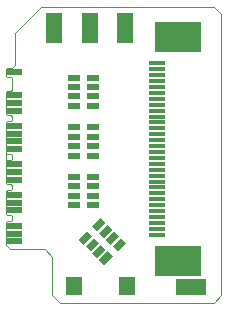
<source format=gts>
G04 EAGLE Gerber X2 export*
%TF.Part,Single*%
%TF.FileFunction,Other,solder mask top*%
%TF.FilePolarity,Positive*%
%TF.GenerationSoftware,Autodesk,EAGLE,9.6.2*%
%TF.CreationDate,2022-04-17T11:55:35Z*%
G75*
%MOMM*%
%FSLAX34Y34*%
%LPD*%
%INsolder mask top*%
%AMOC8*
5,1,8,0,0,1.08239X$1,22.5*%
G01*
%ADD10C,0.000000*%
%ADD11R,1.000000X0.600000*%
%ADD12R,1.371600X1.625600*%
%ADD13R,1.451600X0.551600*%
%ADD14R,0.600000X1.000000*%
%ADD15R,1.400000X0.400000*%
%ADD16R,3.900000X2.600000*%
%ADD17R,1.371600X2.641600*%
%ADD18R,2.641600X1.371600*%


D10*
X0Y-36000D02*
X3000Y-39000D01*
X32500Y-39000D01*
X39000Y-45500D01*
X39000Y-78000D01*
X45500Y-84500D01*
X175500Y-84500D01*
X182000Y-78000D01*
X182000Y159500D01*
X1000Y114500D02*
X0Y113500D01*
X0Y107500D01*
X0Y94000D02*
X0Y75000D01*
X1000Y74000D01*
X4000Y74000D01*
X5000Y73000D01*
X5000Y70000D02*
X4000Y69000D01*
X1000Y69000D01*
X0Y68000D01*
X5000Y70000D02*
X5000Y73000D01*
X0Y68000D02*
X0Y42500D01*
X1000Y41500D01*
X4000Y41500D01*
X5000Y40500D01*
X5000Y37500D02*
X4000Y36500D01*
X1000Y36500D01*
X0Y35500D01*
X5000Y37500D02*
X5000Y40500D01*
X0Y42000D02*
X0Y35500D01*
X0Y16500D02*
X1000Y15500D01*
X4000Y15500D01*
X5000Y14500D01*
X5000Y11500D02*
X4000Y10500D01*
X1000Y10500D01*
X0Y9500D01*
X5000Y11500D02*
X5000Y14500D01*
X0Y-16500D02*
X0Y-36000D01*
X0Y-9500D02*
X0Y9500D01*
X0Y16500D02*
X0Y35500D01*
X0Y-9500D02*
X1000Y-10500D01*
X4000Y-10500D02*
X5000Y-11500D01*
X4000Y-10500D02*
X1000Y-10500D01*
X5000Y-11500D02*
X5000Y-14500D01*
X4000Y-15500D01*
X1000Y-15500D01*
X0Y-16500D01*
X1000Y106500D02*
X0Y107500D01*
X1000Y106500D02*
X4000Y106500D01*
X5000Y105500D01*
X5000Y96000D01*
X4000Y95000D01*
X1000Y95000D01*
X0Y94000D01*
X1000Y114500D02*
X5000Y114500D01*
X7500Y117000D01*
X7500Y144000D01*
X29500Y166000D01*
X175500Y166000D01*
X182000Y159500D01*
D11*
X57000Y106000D03*
X57000Y98000D03*
X57000Y90000D03*
X57000Y82000D03*
X73000Y82000D03*
X73000Y90000D03*
X73000Y98000D03*
X73000Y106000D03*
X57000Y64000D03*
X57000Y56000D03*
X57000Y48000D03*
X57000Y40000D03*
X73000Y40000D03*
X73000Y48000D03*
X73000Y56000D03*
X73000Y64000D03*
X57000Y22000D03*
X57000Y14000D03*
X57000Y6000D03*
X57000Y-2000D03*
X73000Y-2000D03*
X73000Y6000D03*
X73000Y14000D03*
X73000Y22000D03*
D12*
X57000Y-70500D03*
X102000Y-70500D03*
D13*
X6500Y0D03*
X6500Y6500D03*
X6500Y19500D03*
X6500Y26000D03*
X6500Y32500D03*
X6500Y45500D03*
X6500Y52000D03*
X6500Y58500D03*
X6500Y65000D03*
X6500Y78000D03*
X6500Y84500D03*
X6500Y91000D03*
X6500Y-6500D03*
X6500Y-19500D03*
X6500Y-26000D03*
X6500Y-32500D03*
D14*
G36*
X96996Y-29692D02*
X101238Y-33934D01*
X94168Y-41004D01*
X89926Y-36762D01*
X96996Y-29692D01*
G37*
G36*
X91339Y-24036D02*
X95581Y-28278D01*
X88511Y-35348D01*
X84269Y-31106D01*
X91339Y-24036D01*
G37*
G36*
X85682Y-18379D02*
X89924Y-22621D01*
X82854Y-29691D01*
X78612Y-25449D01*
X85682Y-18379D01*
G37*
G36*
X80026Y-12722D02*
X84268Y-16964D01*
X77198Y-24034D01*
X72956Y-19792D01*
X80026Y-12722D01*
G37*
G36*
X65884Y-35348D02*
X61642Y-31106D01*
X68712Y-24036D01*
X72954Y-28278D01*
X65884Y-35348D01*
G37*
G36*
X71541Y-41004D02*
X67299Y-36762D01*
X74369Y-29692D01*
X78611Y-33934D01*
X71541Y-41004D01*
G37*
G36*
X77198Y-46661D02*
X72956Y-42419D01*
X80026Y-35349D01*
X84268Y-39591D01*
X77198Y-46661D01*
G37*
G36*
X82854Y-52318D02*
X78612Y-48076D01*
X85682Y-41006D01*
X89924Y-45248D01*
X82854Y-52318D01*
G37*
D13*
X6500Y110500D03*
D15*
X128000Y-27000D03*
X128000Y-22000D03*
X128000Y-17000D03*
X128000Y-12000D03*
X128000Y-7000D03*
X128000Y-2000D03*
X128000Y3000D03*
X128000Y8000D03*
X128000Y13000D03*
X128000Y18000D03*
X128000Y23000D03*
X128000Y28000D03*
X128000Y33000D03*
X128000Y38000D03*
X128000Y43000D03*
X128000Y48000D03*
X128000Y53000D03*
X128000Y58000D03*
X128000Y63000D03*
X128000Y68000D03*
X128000Y73000D03*
X128000Y78000D03*
X128000Y83000D03*
X128000Y88000D03*
X128000Y93000D03*
X128000Y98000D03*
X128000Y103000D03*
X128000Y108000D03*
X128000Y113000D03*
X128000Y118000D03*
D16*
X145300Y-49180D03*
X145300Y140180D03*
D17*
X40500Y148000D03*
X71000Y148000D03*
D18*
X156500Y-71500D03*
D17*
X100500Y148000D03*
M02*

</source>
